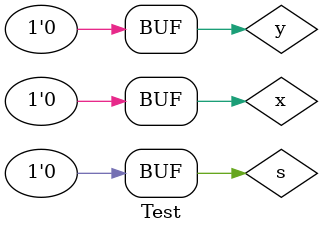
<source format=v>
`timescale 1ns/1ps
module Test;
reg x,y,s;
wire m;
MyMUX my_mux(.x(x),.y(y),.s(s),.m(m));
initial begin
s = 0;
repeat (16) #5 s = !s;
//$display("m: %b",m);
end
initial begin
x = 0;
repeat (8) #10 x = !x;
end

initial begin
y = 0;
repeat (4) #20 y = !y;
end

endmodule

</source>
